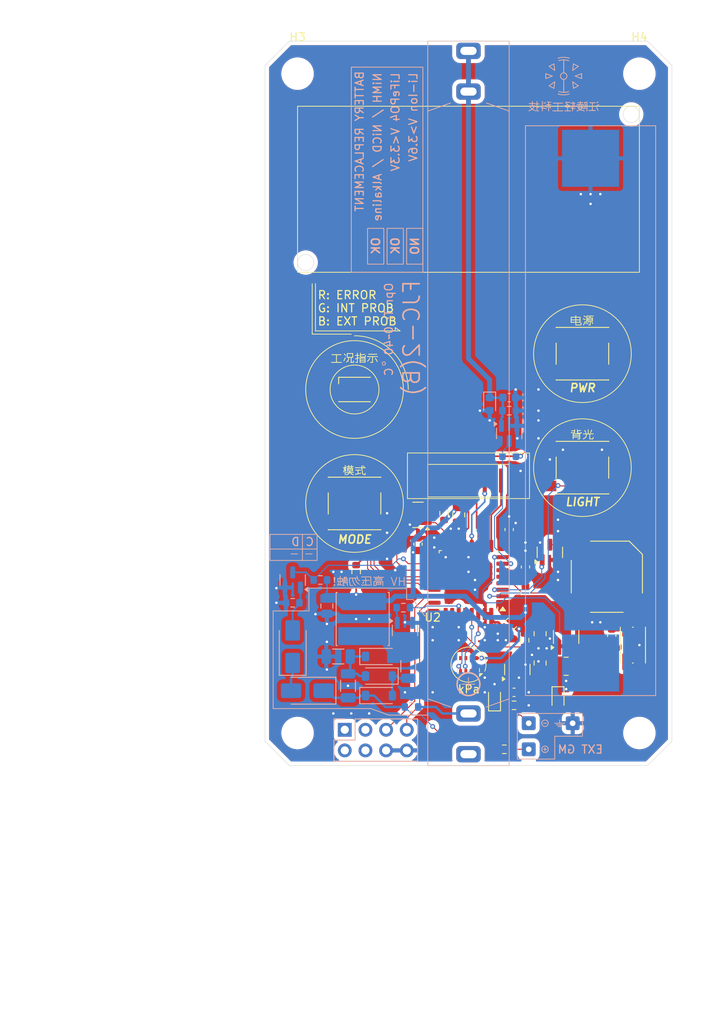
<source format=kicad_pcb>
(kicad_pcb (version 20240108) (generator "pcbnew") (generator_version "8.0")
  (layers (0 "F.Cu" signal) (31 "B.Cu" signal) (34 "B.Paste" user) (35 "F.Paste" user) (36 "B.SilkS" user "B.Silkscreen") (37 "F.SilkS" user "F.Silkscreen") (38 "B.Mask" user) (39 "F.Mask" user) (44 "Edge.Cuts" user))
  (net 0 "")
  (net 1 "GND")
  (net 2 "VCC")
  (net 3 "Net-(SW3-B)")
  (net 4 "Net-(SW2-A)")
  (net 5 "/SPI_SCK")
  (net 6 "/SPI_MOSI")
  (net 7 "/LCD_CS")
  (net 8 "/LCD_RST")
  (net 9 "/LCD_CD")
  (net 10 "Net-(J1-Pin_8)")
  (net 11 "Net-(J1-Pin_9)")
  (net 12 "/LCD_BL")
  (net 13 "/SWCLK")
  (net 14 "/SWDIO")
  (net 15 "Net-(U1-VO)")
  (net 16 "/PWM16_CH")
  (net 17 "/PULSE_IN")
  (net 18 "/ADC_BAT_V")
  (net 19 "Net-(SW4-B)")
  (net 20 "Net-(U2-VDDA)")
  (net 24 "Net-(D1-A)")
  (net 25 "/RGBLED2")
  (net 26 "/RGBLED1")
  (net 27 "/RGBLED0")
  (net 28 "/TH_VCC")
  (net 29 "Net-(SW5-B)")
  (net 30 "Net-(D2-A)")
  (net 31 "Net-(D3-K)")
  (net 32 "Net-(D2-K)")
  (net 33 "Net-(D4-K)")
  (net 34 "Net-(D5-A)")
  (net 35 "Net-(Q3-B)")
  (net 36 "Net-(R2-Pad1)")
  (net 39 "Net-(BZ1-+)")
  (net 40 "/BUZZER_EN")
  (net 41 "/Ext_PULSE_IN")
  (net 42 "/EXT_GM-")
  (net 43 "/EXT_GM+")
  (net 48 "/SENSOR_SDA")
  (net 49 "/SENSOR_SCL")
  (net 50 "Net-(D8-A1)")
  (net 51 "Net-(D6-A)")
  (net 52 "/HV_OVP")
  (footprint "MountingHole:MountingHole_3.5mm" (layer "F.Cu") (at 234 48)
    (property "Reference" "H4")
    (property "Value" "MountingHole")
  )
  (footprint "Capacitor_SMD:C_0805_2012Metric" (layer "F.Cu") (at 221.8 116.8 -90)
    (property "Reference" "C10" (hide yes))
    (property "Value" "10uF")
  )
  (footprint "Package_TO_SOT_SMD:SOT-23-3" (layer "F.Cu") (at 225 117.2 90)
    (property "Reference" "U1" (hide yes))
    (property "Value" "XC6206PxxxMR")
  )
  (footprint "Package_TO_SOT_SMD:SOT-23" (layer "F.Cu") (at 223 106.8 90)
    (property "Reference" "Q5" (hide yes))
    (property "Value" "AO3400A")
  )
  (footprint "MountingHole:MountingHole_3.5mm" (layer "F.Cu") (at 192 129)
    (property "Reference" "H1" (hide yes))
    (property "Value" "MountingHole")
  )
  (footprint "Capacitor_SMD:C_0603_1608Metric" (layer "F.Cu") (at 220 108.6 -90)
    (property "Reference" "C3" (hide yes))
    (property "Value" "0.1uF")
  )
  (footprint "Resistor_SMD:R_0603_1608Metric" (layer "F.Cu") (at 199.2 109.2 90)
    (property "Reference" "R3" (hide yes))
    (property "Value" "100")
  )
  (footprint "Package_LGA:Bosch_LGA-8_2x2.5mm_P0.65mm_ClockwisePinNumbering" (layer "F.Cu") (at 213 120.6 180)
    (property "Reference" "U3" (hide yes))
    (property "Value" "BMP280/GZP6816D")
  )
  (footprint "Inductor_SMD:L_1008_2520Metric" (layer "F.Cu") (at 225 120.8)
    (property "Reference" "L1" (hide yes))
    (property "Value" "10uH")
  )
  (footprint "MountingHole:MountingHole_3.5mm" (layer "F.Cu") (at 234 129)
    (property "Reference" "H5" (hide yes))
    (property "Value" "MountingHole")
  )
  (footprint "Diode_SMD:D_0603_1608Metric" (layer "F.Cu") (at 216.2 124.8 90)
    (property "Reference" "D9" (hide yes))
    (property "Value" "ESD0603")
  )
  (footprint "Button_Switch_SMD:SW_SPST_PTS645" (layer "F.Cu") (at 227 96.4)
    (property "Reference" "SW4" (hide yes))
    (property "Value" "SW_SPST")
  )
  (footprint "RPRP_neo:FPC_LCD_9pin" (layer "F.Cu") (at 213 98)
    (property "Reference" "J1" (hide yes))
    (property "Value" "Conn_01x09")
  )
  (footprint "MountingHole:MountingHole_3.5mm" (layer "F.Cu") (at 192 48)
    (property "Reference" "H3")
    (property "Value" "MountingHole")
  )
  (footprint "Capacitor_SMD:C_0805_2012Metric" (layer "F.Cu") (at 218.2 115.6 -135)
    (property "Reference" "C2" (hide yes))
    (property "Value" "10uF")
  )
  (footprint "Package_QFP:LQFP-32_7x7mm_P0.8mm" (layer "F.Cu") (at 213 110.2 180)
    (property "Reference" "U2")
    (property "Value" "STM32F030K6Tx")
  )
  (footprint "Resistor_SMD:R_0603_1608Metric" (layer "F.Cu") (at 220 111.8 -90)
    (property "Reference" "R5" (hide yes))
    (property "Value" "0")
  )
  (footprint "Resistor_SMD:R_0603_1608Metric" (layer "F.Cu") (at 219.9 117.6 -90)
    (property "Reference" "R9" (hide yes))
    (property "Value" "100k")
  )
  (footprint "Connector_Wire:SolderWire-0.15sqmm_1x01_D0.5mm_OD1.5mm" (layer "F.Cu") (at 220.4 127.8)
    (property "Reference" "J3" (hide yes))
    (property "Value" "Conn_01x01")
  )
  (footprint "Capacitor_SMD:C_0805_2012Metric" (layer "F.Cu") (at 221.8 120.4 90)
    (property "Reference" "C4" (hide yes))
    (property "Value" "10uF")
  )
  (footprint "Capacitor_SMD:C_0603_1608Metric" (layer "F.Cu") (at 218 104 -90)
    (property "Reference" "C14" (hide yes))
    (property "Value" "0.1uF")
  )
  (footprint "Capacitor_SMD:C_0805_2012Metric" (layer "F.Cu") (at 211.8 102.2 -90)
    (property "Reference" "C13" (hide yes))
    (property "Value" "10uF")
  )
  (footprint "LED_SMD:LED_Cree-PLCC4_3.2x2.8mm_CCW" (layer "F.Cu") (at 199 86.8)
    (property "Reference" "D1" (hide yes))
    (property "Value" "CLV1L-FKB")
  )
  (footprint "Connector_Wire:SolderWire-0.15sqmm_1x01_D0.5mm_OD1.5mm" (layer "F.Cu") (at 225.8 127.8)
    (property "Reference" "J4" (hide yes))
    (property "Value" "Conn_01x01")
  )
  (footprint "Resistor_SMD:R_0603_1608Metric" (layer "F.Cu") (at 218.6 125.6)
    (property "Reference" "R8" (hide yes))
    (property "Value" "100k")
  )
  (footprint "Connector_Wire:SolderWire-0.15sqmm_1x01_D0.5mm_OD1.5mm" (layer "F.Cu") (at 220.4 131)
    (property "Reference" "J2" (hide yes))
    (property "Value" "Conn_01x01")
  )
  (footprint "Capacitor_SMD:C_0603_1608Metric" (layer "F.Cu") (at 230.6 117 -90)
    (property "Reference" "C6" (hide yes))
    (property "Value" "0.1uF")
  )
  (footprint "Capacitor_SMD:C_0603_1608Metric" (layer "F.Cu") (at 206.8 105.8 -90)
    (property "Reference" "C1" (hide yes))
    (property "Value" "0.1uF")
  )
  (footprint "Diode_SMD:D_0603_1608Metric" (layer "F.Cu") (at 224 124.8 -90)
    (property "Reference" "D7" (hide yes))
    (property "Value" "ESD0603")
  )
  (footprint "Button_Switch_SMD:SW_SPST_PTS645" (layer "F.Cu") (at 227 82.4)
    (property "Reference" "SW3" (hide yes))
    (property "Value" "WAKE")
  )
  (footprint "Buzzer_Beeper:MagneticBuzzer_Kobitone_254-EMB84Q-RO" (layer "F.Cu") (at 230 109.8)
    (property "Reference" "BZ1" (hide yes))
    (property "Value" "Buzzer")
  )
  (footprint "Button_Switch_SMD:SW_SPST_PTS645" (layer "F.Cu") (at 199 100.8 180)
    (property "Reference" "SW5" (hide yes))
    (property "Value" "BACKLIGHT")
  )
  (footprint "Resistor_SMD:R_0603_1608Metric" (layer "F.Cu") (at 217.4 131 180)
    (property "Reference" "R10" (hide yes))
    (property "Value" "10Meg")
  )
  (footprint "Resistor_SMD:R_0603_1608Metric" (layer "F.Cu") (at 210 102 90)
    (property "Reference" "R7" (hide yes))
    (property "Value" "100")
  )
  (footprint "RPRP_neo:BTN_OVAL_4.2x3.2x2.5" (layer "F.Cu") (at 233.2 118.2 90)
    (property "Reference" "SW2" (hide yes))
    (property "Value" "SW_SPST")
  )
  (footprint "Package_TO_SOT_SMD:SOT-23" (layer "F.Cu") (at 206.8 102.2 180)
    (property "Reference" "Q1" (hide yes))
    (property "Value" "AO3400A")
  )
  (footprint "Package_TO_SOT_SMD:SOT-23" (layer "F.Cu") (at 219 121.2 90)
    (property "Reference" "Q4" (hide yes))
    (property "Value" "MMBTA42")
  )
  (footprint "Capacitor_SMD:C_0603_1608Metric" (layer "F.Cu") (at 218.6 124 180)
    (property "Reference" "C11" (hide yes))
    (property "Value" "100pF")
  )
  (footprint "Diode_SMD:D_SMA" (layer "B.Cu") (at 191.4 118.4 90)
    (property "Reference" "D6" (hide yes))
    (property "Value" "1SMA4772A-MS (220V)")
  )
  (footprint "Capacitor_SMD:C_1206_3216Metric" (layer "B.Cu") (at 197 119.6)
    (property "Reference" "C7" (hide yes))
    (property "Value" "0.1uF")
  )
  (footprint "Diode_SMD:D_SOD-123" (layer "B.Cu") (at 202 119.6)
    (property "Reference" "D2" (hide yes))
    (property "Value" "1N4148W")
  )
  (footprint "Package_TO_SOT_SMD:SOT-23" (layer "B.Cu") (at 205.2 116.4 -90)
    (property "Reference" "Q3" (hide yes))
    (property "Value" "MMBTA42")
  )
  (footprint "Diode_SMD:D_SMA" (layer "B.Cu") (at 193.2 123.8 180)
    (property "Reference" "D5" (hide yes))
    (property "Value" "1SMA4772A-MS (220V)")
  )
  (footprint "Resistor_SMD:R_0603_1608Metric" (layer "B.Cu") (at 194.8 110.2 180)
    (property "Reference" "R12" (hide yes))
    (property "Value" "100k")
  )
  (footprint "Capacitor_SMD:C_0603_1608Metric" (layer "B.Cu") (at 218 87.8 180)
    (property "Reference" "C9" (hide yes))
    (property "Value" "100pF")
  )
  (footprint "Package_TO_SOT_SMD:SOT-23" (layer "B.Cu") (at 191.4 110.2 90)
    (property "Reference" "Q6" (hide yes))
    (property "Value" "MMBTA42")
  )
  (footprint "Capacitor_SMD:C_0805_2012Metric" (layer "B.Cu") (at 195.6 113.4 -90)
    (property "Reference" "C12" (hide yes))
    (property "Value" "10uF")
  )
  (footprint "RPRP_neo:AA_BatHeld_SMD" (layer "B.Cu") (at 228 88.4 90)
    (property "Reference" "BT2" (hide yes))
    (property "Value" "Battery_Cell")
  )
  (footprint "Resistor_SMD:R_0603_1608Metric" (layer "B.Cu") (at 218 89.4)
    (property "Reference" "R4" (hide yes))
    (property "Value" "100k")
  )
  (footprint "Diode_SMD:D_SOD-123" (layer "B.Cu") (at 202 124.4)
    (property "Reference" "D4" (hide yes))
    (property "Value" "1N4148W")
  )
  (footprint "RPRP_neo:J321-M4011_GM_Clip" (layer "B.Cu") (at 213 123)
    (property "Reference" "V1" (hide yes))
    (property "Value" "J321/M4011")
  )
  (footprint "Capacitor_SMD:C_1206_3216Metric" (layer "B.Cu") (at 198.2 123.2 -90)
    (property "Reference" "C8" (hide yes))
    (property "Value" "0.1uF")
  )
  (footprint "Resistor_SMD:R_0603_1608Metric" (layer "B.Cu") (at 191.4 113 180)
    (property "Reference" "R11" (hide yes))
    (property "Value" "10Meg")
  )
  (footprint "Capacitor_SMD:C_1206_3216Metric" (layer "B.Cu") (at 205.6 120.8 90)
    (property "Reference" "C5" (hide yes))
    (property "Value" "0.1uF")
  )
  (footprint "Resistor_SMD:R_0603_1608Metric" (layer "B.Cu") (at 205 113.6 180)
    (property "Reference" "R1" (hide yes))
    (property "Value" "22")
  )
  (footprint "Resistor_SMD:R_0603_1608Metric" (layer "B.Cu") (at 206 125.8 180)
    (property "Reference" "R2" (hide yes))
    (property "Value" "10Meg")
  )
  (footprint "Diode_SMD:D_0603_1608Metric" (layer "B.Cu") (at 215.6 88.6 -90)
    (property "Reference" "D8" (hide yes))
    (property "Value" "ESD0603")
  )
  (footprint "Resistor_SMD:R_0603_1608Metric" (layer "B.Cu") (at 218 95 180)
    (property "Reference" "R6" (hide yes))
    (property "Value" "100k")
  )
  (footprint "Diode_SMD:D_SOD-123" (layer "B.Cu") (at 202 122 180)
    (property "Reference" "D3" (hide yes))
    (property "Value" "1N4148W")
  )
  (footprint "Connector_PinHeader_2.54mm:PinHeader_2x04_P2.54mm_Vertical" (layer "B.Cu") (at 197.8 128.6 -90)
    (property "Reference" "J6" (hide yes))
    (property "Value" "Conn_02x04_Odd_Even")
  )
  (footprint "Inductor_SMD:L_Changjiang_FNR6045S" (layer "B.Cu") (at 200 115 -90)
    (property "Reference" "L3" (hide yes))
    (property "Value" "FNR6045S103KT")
  )
  (footprint "Package_TO_SOT_SMD:SOT-23" (layer "B.Cu") (at 218 92.2 -90)
    (property "Reference" "Q2" (hide yes))
    (property "Value" "MMBTA42")
  )
  (gr_line (start 224.7 48.7) (end 224.7 50.292422) (stroke (width 0.1)) (layer "B.SilkS"))
  (gr_line (start 193.4 114) (end 193.4 111.2) (stroke (width 0.1)) (layer "B.SilkS"))
  (gr_line (start 193.4 111.2) (end 205.4 111.2) (stroke (width 0.1)) (layer "B.SilkS"))
  (gr_line (start 189 121.2) (end 189 114) (stroke (width 0.1)) (layer "B.SilkS"))
  (gr_line (start 203.2 126.8) (end 208 126.8) (stroke (width 0.1)) (layer "B.SilkS"))
  (gr_line (start 194.4 106.4) (end 188.6 106.4) (stroke (width 0.1)) (layer "B.SilkS"))
  (gr_circle (center 202.6 83.6) (end 202.4 83.6) (stroke (width 0.1)) (fill none) (layer "B.SilkS"))
  (gr_arc (start 224 46.1) (mid 224.7 45.991321) (end 225.4 46.1) (stroke (width 0.1)) (layer "B.SilkS"))
  (gr_line (start 225.9 49.8) (end 226.5 49.5) (stroke (width 0.1)) (layer "B.SilkS"))
  (gr_rect (start 205.4 67) (end 207.4 71.4) (stroke (width 0.1)) (fill none) (layer "B.SilkS"))
  (gr_line (start 222.2 127.8) (end 222.6 127.8) (stroke (width 0.1)) (layer "B.SilkS"))
  (gr_rect (start 200.6 67) (end 202.6 71.4) (stroke (width 0.1)) (fill none) (layer "B.SilkS"))
  (gr_line (start 222.9 47.1) (end 223.6 47.6) (stroke (width 0.1)) (layer "B.SilkS"))
  (gr_line (start 223.6 129.4) (end 227 129.4) (stroke (width 0.1)) (layer "B.SilkS"))
  (gr_line (start 192 107) (end 191.2 107) (stroke (width 0.1)) (layer "B.SilkS"))
  (gr_line (start 189 121.2) (end 189 126) (stroke (width 0.1)) (layer "B.SilkS"))
  (gr_line (start 223.3 48.3) (end 222.5 48) (stroke (width 0.1)) (layer "B.SilkS"))
  (gr_line (start 226.1 48.3) (end 226.9 48.6) (stroke (width 0.1)) (layer "B.SilkS"))
  (gr_arc (start 225.315812 50.199999) (mid 224.7 50.292422) (end 224.085733 50.190237) (stroke (width 0.1)) (layer "B.SilkS"))
  (gr_line (start 222.2 131) (end 222.6 131) (stroke (width 0.1)) (layer "B.SilkS"))
  (gr_line (start 224 128.2) (end 224.4 128.2) (stroke (width 0.1)) (layer "B.SilkS"))
  (gr_line (start 193 107) (end 193.8 107) (stroke (width 0.1)) (layer "B.SilkS"))
  (gr_line (start 189 126) (end 201 126) (stroke (width 0.1)) (layer "B.SilkS"))
  (gr_rect (start 198.6 47.2) (end 207.4 72.4) (stroke (width 0.1)) (fill none) (layer "B.SilkS"))
  (gr_line (start 222.4 130.8) (end 222.4 131.2) (stroke (width 0.1)) (layer "B.SilkS"))
  (gr_line (start 189 114) (end 193.4 114) (stroke (width 0.1)) (layer "B.SilkS"))
  (gr_line (start 227 129.4) (end 227 126.6) (stroke (width 0.1)) (layer "B.SilkS"))
  (gr_line (start 223.8 128) (end 224.6 128) (stroke (width 0.1)) (layer "B.SilkS"))
  (gr_line (start 227 126.6) (end 219 126.6) (stroke (width 0.1)) (layer "B.SilkS"))
  (gr_line (start 226.9 48) (end 226.1 48.3) (stroke (width 0.1)) (layer "B.SilkS"))
  (gr_arc (start 224.084188 46.400001) (mid 224.7 46.307578) (end 225.314267 46.409763) (stroke (width 0.1)) (layer "B.SilkS"))
  (gr_line (start 222.9 49.5) (end 223.6 49) (stroke (width 0.1)) (layer "B.SilkS"))
  (gr_line (start 206.2 112.6) (end 205.4 112.6) (stroke (width 0.1)) (layer "B.SilkS"))
  (gr_line (start 223.5 49.8) (end 222.9 49.5) (stroke (width 0.1)) (layer "B.SilkS"))
  (gr_line (start 225.8 47.6) (end 225.9 46.8) (stroke (width 0.1)) (layer "B.SilkS"))
  (gr_line (start 205.4 111.2) (end 205.4 112.6) (stroke (width 0.1)) (layer "B.SilkS"))
  (gr_line (start 223.6 47.6) (end 223.5 46.8) (stroke (width 0.1)) (layer "B.SilkS"))
  (gr_line (start 224.7 47.9) (end 224.7 46.307578) (stroke (width 0.1)) (layer "B.SilkS"))
  (gr_line (start 222.5 48) (end 222.5 48.6) (stroke (width 0.1)) (layer "B.SilkS"))
  (gr_line (start 201 126) (end 203.2 126.8) (stroke (width 0.1)) (layer "B.SilkS"))
  (gr_circle (center 222.4 131) (end 222.8 131) (stroke (width 0.1)) (fill none) (layer "B.SilkS"))
  (gr_line (start 223.6 49) (end 223.5 49.8) (stroke (width 0.1)) (layer "B.SilkS"))
  (gr_line (start 219 126.6) (end 219 132.2) (stroke (width 0.1)) (layer "B.SilkS"))
  (gr_line (start 223.6 127.8) (end 224.8 127.8) (stroke (width 0.1)) (layer "B.SilkS"))
  (gr_arc (start 225.4 50.491321) (mid 224.7 50.6) (end 224 50.491321) (stroke (width 0.1)) (layer "B.SilkS"))
  (gr_rect (start 188.6 104.6) (end 194.4 107.8) (stroke (width 0.1)) (fill none) (layer "B.SilkS"))
  (gr_circle (center 222.4 127.8) (end 222.8 127.8) (stroke (width 0.1)) (fill none) (layer "B.SilkS"))
  (gr_rect (start 203 67) (end 205 71.4) (stroke (width 0.1)) (fill none) (layer "B.SilkS"))
  (gr_line (start 223.5 46.8) (end 222.9 47.1) (stroke (width 0.1)) (layer "B.SilkS"))
  (gr_line (start 223.6 132.2) (end 223.6 129.4) (stroke (width 0.1)) (layer "B.SilkS"))
  (gr_line (start 226.9 48.6) (end 226.9 48) (stroke (width 0.1)) (layer "B.SilkS"))
  (gr_line (start 192.6 104.6) (end 192.6 107.8) (stroke (width 0.1)) (layer "B.SilkS"))
  (gr_circle (center 224.7 48.3) (end 224.3 48.3) (stroke (width 0.1)) (fill none) (layer "B.SilkS"))
  (gr_line (start 226.5 49.5) (end 225.8 49) (stroke (width 0.1)) (layer "B.SilkS"))
  (gr_line (start 226.5 47.1) (end 225.8 47.6) (stroke (width 0.1)) (layer "B.SilkS"))
  (gr_line (start 225.9 46.8) (end 226.5 47.1) (stroke (width 0.1)) (layer "B.SilkS"))
  (gr_line (start 206.2 112.6) (end 207.6 114.6) (stroke (width 0.1)) (layer "B.SilkS"))
  (gr_line (start 224.2 127.4) (end 224.2 127.8) (stroke (width 0.1)) (layer "B.SilkS"))
  (gr_line (start 219 132.2) (end 223.6 132.2) (stroke (width 0.1)) (layer "B.SilkS"))
  (gr_line (start 225.8 49) (end 225.9 49.8) (stroke (width 0.1)) (layer "B.SilkS"))
  (gr_line (start 222.5 48.6) (end 223.3 48.3) (stroke (width 0.1)) (layer "B.SilkS"))
  (gr_line (start 207.6 114.6) (end 208 114.6) (stroke (width 0.1)) (layer "B.SilkS"))
  (gr_line (start 194.2 79.6) (end 204.6 79.6) (stroke (width 0.1)) (layer "F.SilkS"))
  (gr_circle (center 227 96.4) (end 221 96.4) (stroke (width 0.1)) (fill none) (layer "F.SilkS"))
  (gr_circle (center 199 86.8) (end 196 86.8) (stroke (width 0.1)) (fill none) (layer "F.SilkS"))
  (gr_circle (center 227 82.4) (end 221 82.4) (stroke (width 0.1)) (fill none) (layer "F.SilkS"))
  (gr_line (start 193.8 73.8) (end 193.8 80) (stroke (width 0.1)) (layer "F.SilkS"))
  (gr_circle (center 199 86.8) (end 205 86.8) (stroke (width 0.1)) (fill none) (layer "F.SilkS"))
  (gr_arc (start 199 80.2) (mid 203.666905 82.133095) (end 205.6 86.8) (stroke (width 0.1)) (layer "F.SilkS"))
  (gr_rect (start 192 52) (end 234 72.4) (stroke (width 0.1)) (fill none) (layer "F.SilkS"))
  (gr_line (start 204.6 79.6) (end 204 79.2) (stroke (width 0.1)) (layer "F.SilkS"))
  (gr_circle (center 199 100.8) (end 193 100.8) (stroke (width 0.1)) (fill none) (layer "F.SilkS"))
  (gr_arc (start 214.292439 122.323252) (mid 211.290282 119.28971) (end 214.999999 121.4) (stroke (width 0.1)) (layer "F.SilkS"))
  (gr_line (start 204 79.2) (end 204 79.6) (stroke (width 0.1)) (layer "F.SilkS"))
  (gr_rect (start 205.5 94.6) (end 220.5 100.2) (stroke (width 0.1)) (fill none) (layer "F.SilkS"))
  (gr_line (start 193.8 80) (end 198.6 80) (stroke (width 0.1)) (layer "F.SilkS"))
  (gr_line (start 194.2 73.8) (end 194.2 79.6) (stroke (width 0.1)) (layer "F.SilkS"))
  (gr_circle (center 233 53) (end 232 53) (stroke (width 0.05)) (fill none) (layer "Edge.Cuts"))
  (gr_line (start 188 47) (end 188 130) (stroke (width 0.05)) (layer "Edge.Cuts"))
  (gr_line (start 238 130) (end 235 133) (stroke (width 0.05)) (layer "Edge.Cuts"))
  (gr_line (start 191 133) (end 235 133) (stroke (width 0.05)) (layer "Edge.Cuts"))
  (gr_line (start 188 130) (end 191 133) (stroke (width 0.05)) (layer "Edge.Cuts"))
  (gr_line (start 191 44) (end 235 44) (stroke (width 0.05)) (layer "Edge.Cuts"))
  (gr_circle (center 193 71.2) (end 192 71.2) (stroke (width 0.05)) (fill none) (layer "Edge.Cuts"))
  (gr_line (start 235 44) (end 238 47) (stroke (width 0.05)) (layer "Edge.Cuts"))
  (gr_line (start 191 44) (end 188 47) (stroke (width 0.05)) (layer "Edge.Cuts"))
  (gr_line (start 238 47) (end 238 130) (stroke (width 0.05)) (layer "Edge.Cuts"))
  (gr_text "EXT GM" (at 229.6 131.6 0) (layer "B.SilkS") (effects (font (size 1 1)) (justify left bottom mirror)))
  (gr_text "BATTERY REPLACEMENT" (at 200.2 47.6 90) (layer "B.SilkS") (effects (font (size 1 1)) (justify left bottom mirror)))
  (gr_text "Opr T: 0~40  C" (at 203.8 73.6 90) (layer "B.SilkS") (effects (font (size 1 1)) (justify left bottom mirror)))
  (gr_text "LiFePO4 V<3.3V" (at 204.6 47.8 90) (layer "B.SilkS") (effects (font (size 1 1)) (justify left bottom mirror)))
  (gr_text "NiMH / NiCD / Alkaline" (at 202.4 47.8 90) (layer "B.SilkS") (effects (font (size 1 1)) (justify left bottom mirror)))
  (gr_text "Li-Ion V>3.6V" (at 206.8 47.8 90) (layer "B.SilkS") (effects (font (size 1 1)) (justify left bottom mirror)))
  (gr_text "OK" (at 202.2 68 90) (layer "B.SilkS") (effects (font (size 1 1) (thickness 0.2) (bold yes)) (justify left bottom mirror)))
  (gr_text "FJC-2(B)" (at 207.2 73.2 90) (layer "B.SilkS") (effects (font (size 2 2) (thickness 0.2)) (justify left bottom mirror)))
  (gr_text "江陵轻工科技" (at 224.7 52.7 0) (layer "B.SilkS") (effects (font (size 1 1) (thickness 0.1)) (justify bottom mirror)))
  (gr_text "HV 高压勿触!" (at 205.4 111 0) (layer "B.SilkS") (effects (font (size 1 1) (thickness 0.1)) (justify left bottom mirror)))
  (gr_text "NO" (at 207 68 90) (layer "B.SilkS") (effects (font (size 1 1) (thickness 0.2) (bold yes)) (justify left bottom mirror)))
  (gr_text "C D\n" (at 194.1 106.1 0) (layer "B.SilkS") (effects (font (size 1 1)) (justify left bottom mirror)))
  (gr_text "OK" (at 204.6 68 90) (layer "B.SilkS") (effects (font (size 1 1) (thickness 0.2) (bold yes)) (justify left bottom mirror)))
  (gr_text "电源" (at 227 79 0) (layer "F.SilkS") (effects (font (size 1 1) (thickness 0.1)) (justify bottom)))
  (gr_text "R: ERROR\nG: INT PROB\nB: EXT PROB" (at 194.4 79 0) (layer "F.SilkS") (effects (font (size 1 1)) (justify left bottom)))
  (gr_text "模式" (at 199 97.4 0) (layer "F.SilkS") (effects (font (size 1 1) (thickness 0.1)) (justify bottom)))
  (gr_text "kPa" (at 211.6 124.2 0) (layer "F.SilkS") (effects (font (size 1 1)) (justify left bottom)))
  (gr_text "LIGHT" (at 227 101.2 0) (layer "F.SilkS") (effects (font (size 1 1) (thickness 0.2) (bold yes) (italic yes)) (justify bottom)))
  (gr_text "MODE" (at 199 105.8 0) (layer "F.SilkS") (effects (font (size 1 1) (thickness 0.2) (bold yes) (italic yes)) (justify bottom)))
  (gr_text "背光" (at 227 93 0) (layer "F.SilkS") (effects (font (size 1 1) (thickness 0.1)) (justify bottom)))
  (gr_text "PWR" (at 227 87.2 0) (layer "F.SilkS") (effects (font (size 1 1) (thickness 0.2) (italic yes)) (justify bottom)))
  (gr_text "工况指示" (at 196 83.6 -0) (layer "F.SilkS") (effects (font (size 1 1) (thickness 0.1)) (justify left bottom)))
  (segment (start 215.8 114.375) (end 215.8 115) (width 0.3) (layer "F.Cu") (net 1))
  (segment (start 219.375 123.225) (end 219.375 124) (width 0.6) (layer "F.Cu") (net 1))
  (segment (start 216.2 115.4) (end 216.656498 115.4) (width 0.3) (layer "F.Cu") (net 1))
  (segment (start 213.975 121.4) (end 213.975 120.975) (width 0.12) (layer "F.Cu") (net 1))
  (segment (start 219.95 122.65) (end 219.375 123.225) (width 0.6) (layer "F.Cu") (net 1))
  (segment (start 211 98) (end 211 95.4) (width 0.3) (layer "F.Cu") (net 1))
  (segment (start 213.975 120.975) (end 213.325 120.325) (width 0.12) (layer "F.Cu") (net 1))
  (segment (start 216.656498 115.4) (end 217.528249 116.271751) (width 0.3) (layer "F.Cu") (net 1))
  (segment (start 213.325 120.325) (end 213.325 119.8) (width 0.12) (layer "F.Cu") (net 1))
  (segment (start 215.8 115) (end 216.2 115.4) (width 0.3) (layer "F.Cu") (net 1))
  (segment (start 219.95 122.1375) (end 219.95 122.65) (width 0.6) (layer "F.Cu") (net 1))
  (via (at 226.8 62.8) (size 0.6) (drill 0.3) (layers "F.Cu" "B.Cu") (net 1))
  (via (at 215 116) (size 0.6) (drill 0.3) (layers "F.Cu" "B.Cu") (net 1))
  (via (at 220.8 119.4) (size 0.6) (drill 0.3) (layers "F.Cu" "B.Cu") (net 1))
  (via (at 228 64) (size 0.6) (drill 0.3) (layers "F.Cu" "B.Cu") (net 1))
  (via (at 213 109.2) (size 0.6) (drill 0.3) (layers "F.Cu" "B.Cu") (net 1))
  (via (at 218.8 86.8) (size 0.6) (drill 0.3) (layers "F.Cu" "B.Cu") (net 1))
  (via (at 224.6 94.2) (size 0.6) (drill 0.3) (layers "F.Cu" "B.Cu") (net 1))
  (via (at 215 124) (size 0.6) (drill 0.3) (layers "F.Cu" "B.Cu") (net 1))
  (via (at 208.6 117.6) (size 0.6) (drill 0.3) (layers "F.Cu" "B.Cu") (net 1))
  (via (at 234 118.2) (size 0.6) (drill 0.3) (layers "F.Cu" "B.Cu") (net 1))
  (via (at 196.4 109.2) (size 0.6) (drill 0.3) (layers "F.Cu" "B.Cu") (net 1))
  (via (at 222.6 118.6) (size 0.6) (drill 0.3) (layers "F.Cu" "B.Cu") (net 1))
  (via (at 198.2 123.2) (size 0.6) (drill 0.3) (layers "F.Cu" "B.Cu") (net 1))
  (via (at 214.4 89.4) (size 0.6) (drill 0.3) (layers "F.Cu" "B.Cu") (net 1))
  (via (at 198.6 126.6) (size 0.6) (drill 0.3) (layers "F.Cu" "B.Cu") (net 1))
  (via (at 218 102.4) (size 0.6) (drill 0.3) (layers "F.Cu" "B.Cu") (net 1))
  (via (at 213.8 110.2) (size 0.6) (drill 0.3) (layers "F.Cu" "B.Cu") (net 1))
  (via (at 210.82 103.9) (size 0.6) (drill 0.3) (layers "F.Cu" "B.Cu") (net 1))
  (via (at 228.2 115.4) (size 0.6) (drill 0.3) (layers "F.Cu" "B.Cu") (net 1))
  (via (at 218.8 103.2) (size 0.6) (drill 0.3) (layers "F.Cu" "B.Cu") (net 1))
  (via (at 221.8 105.6) (size 0.6) (drill 0.3) (layers "F.Cu" "B.Cu") (net 1))
  (via (at 204 109) (size 0.6) (drill 0.3) (layers "F.Cu" "B.Cu") (net 1))
  (via (at 211.8 103.9) (size 0.6) (drill 0.3) (layers "F.Cu" "B.Cu") (net 1))
  (via (at 229.4 94.2) (size 0.6) (drill 0.3) (layers "F.Cu" "B.Cu") (net 1))
  (via (at 223 95.4) (size 0.6) (drill 0.3) (layers "F.Cu" "B.Cu") (net 1))
  (via (at 196.4 126.6) (size 0.6) (drill 0.3) (layers "F.Cu" "B.Cu") (net 1))
  (via (at 221.6 89.4) (size 0.6) (drill 0.3) (layers "F.Cu" "B.Cu") (net 1))
  (via (at 216.6 117.6) (size 0.6) (drill 0.3) (layers "F.Cu" "B.Cu") (net 1))
  (via (at 208.8 106.2) (size 0.6) (drill 0.3) (layers "F.Cu" "B.Cu") (net 1))
  (via (at 208.6 124) (size 0.6) (drill 0.3) (layers "F.Cu" "B.Cu") (net 1))
  (via (at 215 122.2) (size 0.6) (drill 0.3) (layers "F.Cu" "B.Cu") (net 1))
  (via (at 221.6 92.8) (size 0.6) (drill 0.3) (layers "F.Cu" "B.Cu") (net 1))
  (via (at 228 62.8) (size 0.6) (drill 0.3) (layers "F.Cu" "B.Cu") (net 1))
  (via (at 199.2 115) (size 0.6) (drill 0.3) (layers "F.Cu" "B.Cu") (net 1))
  (via (at 221.6 120.2) (size 0.6) (drill 0.3) (layers "F.Cu" "B.Cu") (net 1))
  (via (at 205.2 115.4) (size 0.6) (drill 0.3) (layers "F.Cu" "B.Cu") (net 1))
  (via (at 219.4 96.8) (size 0.6) (drill 0.3) (layers "F.Cu" "B.Cu") (net 1))
  (via (at 221.6 118.6) (size 0.6) (drill 0.3) (layers "F.Cu" "B.Cu") (net 1))
  (via (at 221.6 90.6) (size 0.6) (drill 0.3) (layers "F.Cu" "B.Cu") (net 1))
  (via (at 205.2 124) (size 0.6) (drill 0.3) (layers "F.Cu" "B.Cu") (net 1))
  (via (at 219.2 122.2) (size 0.6) (drill 0.3) (layers "F.Cu" "B.Cu") (net 1))
  (via (at 205.8 103.4) (size 0.6) (drill 0.3) (layers "F.Cu" "B.Cu") (net 1))
  (via (at 200.8 115) (size 0.6) (drill 0.3) (layers "F.Cu" "B.Cu") (net 1))
  (via (at 220.4 125.6) (size 0.6) (drill 0.3) (layers "F.Cu" "B.Cu") (net 1))
  (via (at 195.6 115.6) (size 0.6) (drill 0.3) (layers "F.Cu" "B.Cu") (net 1))
  (via (at 195.6 117.8) (size 0.6) (drill 0.3) (layers "F.Cu" "B.Cu") (net 1))
  (via (at 224 104.2) (size 0.6) (drill 0.3) (layers "F.Cu" "B.Cu") (net 1))
  (via (at 211.8 117.6) (size 0.6) (drill 0.3) (layers "F.Cu" "B.Cu") (net 1))
  (via (at 224 110.2) (size 0.6) (drill 0.3) (layers "F.Cu" "B.Cu") (net 1))
  (via (at 220.4 124) (size 0.6) (drill 0.3) (layers "F.Cu" "B.Cu") (net 1))
  (via (at 215.6 90.6) (size 0.6) (drill 0.3) (layers "F.Cu" "B.Cu") (net 1))
  (via (at 221.6 86.8) (size 0.6) (drill 0.3) (layers "F.Cu" "B.Cu") (net 1))
  (via (at 194.2 114.4) (size 0.6) (drill 0.3) (layers "F.Cu" "B.Cu") (net 1))
  (via (at 210.2 107.4) (size 0.6) (drill 0.3) (layers "F.Cu" "B.Cu") (net 1))
  (via (at 189.4 113) (size 0.6) (drill 0.3) (layers "F.Cu" "B.Cu") (net 1))
  (via (at 189.4 111.2) (size 0.6) (drill 0.3) (layers "F.Cu" "B.Cu") (net 1))
  (via (at 215 117.6) (size 0.6) (drill 0.3) (layers "F.Cu" "B.Cu") (net 1))
  (via (at 229.2 115.4) (size 0.6) (drill 0.3) (layers "F.Cu" "B.Cu") (net 1))
  (via (at 208.6 116) (size 0.6) (drill 0.3) (layers "F.Cu" "B.Cu") (net 1))
  (via (at 213.8 111.4) (size 0.6) (drill 0.3) (layers "F.Cu" "B.Cu") (net 1))
  (via (at 195.6 121.2) (size 0.6) (drill 0.3) (layers "F.Cu" "B.Cu") (net 1))
  (via (at 220 105.6) (size 0.6) (drill 0.3) (layers "F.Cu" "B.Cu") (net 1))
  (via (at 223 117.4) (size 0.6) (drill 0.3) (layers "F.Cu" "B.Cu") (net 1))
  (via (at 216.2 123) (size 0.6) (drill 0.3) (layers "F.Cu" "B.Cu") (net 1))
  (via (at 203 107.6) (size 0.6) (drill 0.3) (layers "F.Cu" "B.Cu") (net 1))
  (via (at 224 102.8) (size 0.6) (drill 0.3) (layers "F.Cu" "B.Cu") (net 1))
  (via (at 208.8 105) (size 0.6) (drill 0.3) (layers "F.Cu" "B.Cu") (net 1))
  (via (at 219 92.8) (size 0.6) (drill 0.3) (layers "F.Cu" "B.Cu") (net 1))
  (via (at 229.2 62.8) (size 0.6) (drill 0.3) (layers "F.Cu" "B.Cu") (net 1))
  (via (at 217.6 117.6) (size 0.6) (drill 0.3) (layers "F.Cu" "B.Cu") (net 1))
  (via (at 220 120.6) (size 0.6) (drill 0.3) (layers "F.Cu" "B.Cu") (net 1))
  (via (at 211.8 116) (size 0.6) (drill 0.3) (layers "F.Cu" "B.Cu") (net 1))
  (via (at 197.4 109.2) (size 0.6) (drill 0.3) (layers "F.Cu" "B.Cu") (net 1))
  (via (at 203 104.4) (size 0.6) (drill 0.3) (layers "F.Cu" "B.Cu") (net 1))
  (via (at 203 102) (size 0.6) (drill 0.3) (layers "F.Cu" "B.Cu") (net 1))
  (via (at 224 109.2) (size 0.6) (drill 0.3) (layers "F.Cu" "B.Cu") (net 1))
  (via (at 200.8 126.6) (size 0.6) (drill 0.3) (layers "F.Cu" "B.Cu") (net 1))
  (via (at 216.6 116.8) (size 0.6) (drill 0.3) (layers "F.Cu" "B.Cu") (net 1))
  (via (at 220 106.6) (size 0.6) (drill 0.3) (layers "F.Cu" "B.Cu") (net 1))
  (via (at 213 107.4) (size 0.6) (drill 0.3) (layers "F.Cu" "B.Cu") (net 1))
  (segment (start 210 102.825) (end 210.225 102.825) (width 0.3) (layer "F.Cu") (net 2))
  (segment (start 210.6 102.45) (end 210.6 102.4) (width 0.3) (layer "F.Cu") (net 2))
  (segment (start 210.6 102.4) (end 210.65 102.4) (width 0.3) (layer "F.Cu") (net 2))
  (segment (start 220.2 82.8) (end 222.85 80.15) (width 0.12) (layer "F.Cu") (net 2))
  (segment (start 199.2 110.025) (end 199.2 112) (width 0.2) (layer "F.Cu") (net 2))
  (segment (start 211.2 101.8) (end 211.25 101.8) (width 0.3) (layer "F.Cu") (net 2))
  (segment (start 207.225 107) (end 206.8 106.575) (width 0.3) (layer "F.Cu") (net 2))
  (segment (start 208.4 107.4) (end 208 107) (width 0.3) (layer "F.Cu") (net 2))
  (segment (start 210.65 102.4) (end 211.2 101.85) (width 0.3) (layer "F.Cu") (net 2))
  (segment (start 211.2 101.85) (end 211.2 101.8) (width 0.3) (layer "F.Cu") (net 2))
  (segment (start 220.2 94.2) (end 220.2 82.8) (width 0.12) (layer "F.Cu") (net 2))
  (segment (start 211.25 101.8) (end 211.8 101.25) (width 0.3) (layer "F.Cu") (net 2))
  (segment (start 212 96) (end 212 98) (width 0.2) (layer "F.Cu") (net 2))
  (segment (start 220 114.2) (end 219.271751 114.928249) (width 0.6) (layer "F.Cu") (net 2))
  (segment (start 213 95) (end 212 96) (width 0.2) (layer "F.Cu") (net 2))
  (segment (start 218.2 113.4) (end 218.2 114.256498) (width 0.3) (layer "F.Cu") (net 2))
  (segment (start 218.2 114.256498) (end 218.871751 114.928249) (width 0.3) (layer "F.Cu") (net 2))
  (segment (start 222.85 80.15) (end 223.02 80.15) (width 0.12) (layer "F.Cu") (net 2))
  (segment (start 208 107) (end 207.225 107) (width 0.3) (layer "F.Cu") (net 2))
  (segment (start 211.8 100.4) (end 211.8 101.25) (width 0.6) (layer "F.Cu") (net 2))
  (segment (start 212 98) (end 212 100.2) (width 0.6) (layer "F.Cu") (net 2))
  (segment (start 219.271751 114.928249) (end 218.871751 114.928249) (width 0.6) (layer "F.Cu") (net 2))
  (segment (start 220 112.625) (end 220 113.4) (width 0.6) (layer "F.Cu") (net 2))
  (segment (start 212 100.2) (end 211.8 100.4) (width 0.6) (layer "F.Cu") (net 2))
  (segment (start 219.4 95) (end 213 95) (width 0.2) (layer "F.Cu") (net 2))
  (segment (start 213.975 119.8) (end 214.6 119.8) (width 0.3) (layer "F.Cu") (net 2))
  (segment (start 217.8 113) (end 218.2 113.4) (width 0.3) (layer "F.Cu") (net 2))
  (segment (start 210.225 102.825) (end 210.6 102.45) (width 0.3) (layer "F.Cu") (net 2))
  (segment (start 223.02 80.15) (end 230.98 80.15) (width 0.2) (layer "F.Cu") (net 2))
  (segment (start 217.175 113) (end 217.8 113) (width 0.3) (layer "F.Cu") (net 2))
  (segment (start 208.825 107.4) (end 208.4 107.4) (width 0.3) (layer "F.Cu") (net 2))
  (segment (start 219.4 95) (end 220.2 94.2) (width 0.12) (layer "F.Cu") (net 2))
  (via (at 199.2 112) (size 0.6) (drill 0.3) (layers "F.Cu" "B.Cu") (net 2))
  (via (at 220 113.4) (size 0.6) (drill 0.3) (layers "F.Cu" "B.Cu") (net 2))
  (via (at 210.6 102.4) (size 0.6) (drill 0.3) (layers "F.Cu" "B.Cu") (net 2))
  (via (at 219.4 95) (size 0.6) (drill 0.3) (layers "F.Cu" "B.Cu") (net 2))
  (via (at 220 114.2) (size 0.6) (drill 0.3) (layers "F.Cu" "B.Cu") (net 2))
  (via (at 206.2 106.8) (size 0.6) (drill 0.3) (layers "F.Cu" "B.Cu") (net 2))
  (via (at 219.2 116.2) (size 0.6) (drill 0.3) (layers "F.Cu" "B.Cu") (net 2))
  (via (at 211.2 101.8) (size 0.6) (drill 0.3) (layers "F.Cu" "B.Cu") (net 2))
  (via (at 214.6 119.8) (size 0.6) (drill 0.3) (layers "F.Cu" "B.Cu") (net 2))
  (segment (start 206.2 105.4) (end 206.2 106.8) (width 0.6) (layer "B.Cu") (net 2))
  (segment (start 219.4 114.8) (end 220 114.2) (width 0.6) (layer "B.Cu") (net 2))
  (segment (start 207.8 103.8) (end 206.2 105.4) (width 0.6) (layer "B.Cu") (net 2))
  (segment (start 209.2 103.8) (end 207.8 103.8) (width 0.6) (layer "B.Cu") (net 2))
  (segment (start 219.2 116.2) (end 219.2 117.2) (width 0.3) (layer "B.Cu") (net 2))
  (segment (start 195.625 111.575) (end 195.6 111.6) (width 0.2) (layer "B.Cu") (net 2))
  (segment (start 218.825 95) (end 219.4 95) (width 0.12) (layer "B.Cu") (net 2))
  (segment (start 219.2 117.6) (end 217 119.8) (width 0.3) (layer "B.Cu") (net 2))
  (segment (start 200 112.75) (end 201.65 112.75) (width 0.6) (layer "B.Cu") (net 2))
  (segment (start 211.2 101.8) (end 209.2 103.8) (width 0.6) (layer "B.Cu") (net 2))
  (segment (start 203.45 112.75) (end 204 112.2) (width 0.6) (layer "B.Cu") (net 2))
  (segment (start 219.4 95) (end 219.6 95) (width 0.12) (layer "B.Cu") (net 2))
  (segment (start 200 112.75) (end 203.45 112.75) (width 0.6) (layer "B.Cu") (net 2))
  (segment (start 215.2 114.8) (end 219.4 114.8) (width 0.6) (layer "B.Cu") (net 2))
  (segment (start 195.625 110.2) (end 195.625 111.575) (width 0.2) (layer "B.Cu") (net 2))
  (segment (start 212.6 112.2) (end 215.2 114.8) (width 0.6) (layer "B.Cu") (net 2))
  (segment (start 195.6 111.6) (end 195.6 112.45) (width 0.2) (layer "B.Cu") (net 2))
  (segment (start 206.2 106.8) (end 206.2 112.2) (width 0.6) (layer "B.Cu") (net 2))
  (segment (start 217 119.8) (end 214.6 119.8) (width 0.3) (layer "B.Cu") (net 2))
  (segment (start 219.2 117.2) (end 219.2 117.6) (width 0.3) (layer "B.Cu") (net 2))
  (segment (start 220 113.4) (end 220 114.2) (width 0.6) (layer "B.Cu") (net 2))
  (segment (start 204 112.2) (end 206.2 112.2) (width 0.6) (layer "B.Cu") (net 2))
  (segment (start 206.2 112.2) (end 212.6 112.2) (width 0.6) (layer "B.Cu") (net 2))
  (segment (start 218.6 109) (end 219.2 108.4) (width 0.12) (layer "F.Cu") (net 3))
  (segment (start 223.02 84.65) (end 230.98 84.65) (width 0.12) (layer "F.Cu") (net 3))
  (segment (start 220.8 102.8) (end 220.8 85.4) (width 0.12) (layer "F.Cu") (net 3))
  (segment (start 221.55 84.65) (end 223.02 84.65) (width 0.12) (layer "F.Cu") (net 3))
  (segment (start 220.8 85.4) (end 221.55 84.65) (width 0.12) (layer "F.Cu") (net 3))
  (segment (start 219.2 104.4) (end 220.8 102.8) (width 0.12) (layer "F.Cu") (net 3))
  (segment (start 219.2 108.4) (end 219.2 104.4) (width 0.12) (layer "F.Cu") (net 3))
  (segment (start 217.175 109) (end 218.6 109) (width 0.12) (layer "F.Cu") (net 3))
  (segment (start 217.175 110.6) (end 218.4 110.6) (width 0.12) (layer "F.Cu") (net 4))
  (segment (start 228.6 111.8) (end 230.6 113.8) (width 0.12) (layer "F.Cu") (net 4))
  (segment (start 231.375 116.225) (end 230.6 116.225) (width 0.6) (layer "F.Cu") (net 4))
  (segment (start 218.4 110.6) (end 219.6 111.8) (width 0.12) (layer "F.Cu") (net 4))
  (segment (start 232.4 116.15) (end 232.4 120.25) (width 0.2) (layer "F.Cu") (net 4))
  (segment (start 230.6 113.8) (end 230.6 116.225) (width 0.12) (layer "F.Cu") (net 4))
  (segment (start 219.6 111.8) (end 228.6 111.8) (width 0.12) (layer "F.Cu") (net 4))
  (segment (start 232.4 116.15) (end 231.45 116.15) (width 0.6) (layer "F.Cu") (net 4))
  (segment (start 231.45 116.15) (end 231.375 116.225) (width 0.6) (layer "F.Cu") (net 4))
  (segment (start 214 103.8) (end 214 98) (width 0.2) (layer "F.Cu") (net 5))
  (segment (start 214.2 104) (end 214 103.8) (width 0.2) (layer "F.Cu") (net 5))
  (segment (start 214.2 106.225) (end 214.2 104) (width 0.2) (layer "F.Cu") (net 5))
  (segment (start 212.6 104.2) (end 212.6 106.225) (width 0.2) (layer "F.Cu") (net 6))
  (segment (start 213 103.8) (end 212.6 104.2) (width 0.2) (layer "F.Cu") (net 6))
  (segment (start 213 98) (end 213 103.8) (width 0.2) (layer "F.Cu") (net 6))
  (segment (start 215.8 106.225) (end 215.8 102.2) (width 0.2) (layer "F.Cu") (net 7))
  (segment (start 217 101) (end 215.8 102.2) (width 0.2) (layer "F.Cu") (net 7))
  (segment (start 217 98) (end 217 101) (width 0.2) (layer "F.Cu") (net 7))
  (segment (start 216 98) (end 216 100.8) (width 0.2) (layer "F.Cu") (net 8))
  (segment (start 216 100.8) (end 215 101.8) (width 0.2) (layer "F.Cu") (net 8))
  (segment (start 215 106.225) (end 215 101.8) (width 0.2) (layer "F.Cu") (net 8))
  (segment (start 213.4 106.225) (end 213.4 104.8) (width 0.2) (layer "F.Cu") (net 9))
  (segment (start 215 98) (end 215 99.6) (width 0.2) (layer "F.Cu") (net 9))
  (via (at 215 99.6) (size 0.6) (drill 0.3) (layers "F.Cu" "B.Cu") (net 9))
  (via (at 213.4 104.8) (size 0.6) (drill 0.3) (layers "F.Cu" "B.Cu") (net 9))
  (segment (start 215 100.6) (end 215 99.6) (width 0.2) (layer "B.Cu") (net 9))
  (segment (start 213.4 102.2) (end 215 100.6) (width 0.2) (layer "B.Cu") (net 9))
  (segment (start 213.4 102.2) (end 213.4 104.8) (width 0.2) (layer "B.Cu") (net 9))
  (segment (start 210 101.175) (end 210 98) (width 0.2) (layer "F.Cu") (net 10))
  (segment (start 208.4 102.2) (end 205.8625 102.2) (width 0.3) (layer "F.Cu") (net 11))
  (segment (start 209 101.6) (end 208.4 102.2) (width 0.3) (layer "F.Cu") (net 11))
  (segment (start 209 98) (end 209 101.6) (width 0.3) (layer "F.Cu") (net 11))
  (segment (start 211 105.2) (end 208.95 103.15) (width 0.12) (layer "F.Cu") (net 12))
  (segment (start 208.95 103.15) (end 207.7375 103.15) (width 0.12) (layer "F.Cu") (net 12))
  (segment (start 211 106.225) (end 211 105.2) (width 0.12) (layer "F.Cu") (net 12))
  (segment (start 208.825 113) (end 208 113) (width 0.12) (layer "F.Cu") (net 13))
  (segment (start 207 114) (end 207 125.6) (width 0.12) (layer "F.Cu") (net 13))
  (segment (start 207 125.6) (end 205.42 127.18) (width 0.12) (layer "F.Cu") (net 13))
  (segment (start 208 113) (end 207 114) (width 0.12) (layer "F.Cu") (net 13))
  (segment (start 205.42 127.18) (end 205.42 128.6) (width 0.12) (layer "F.Cu") (net 13))
  (segment (start 206.4 113.6) (end 207.8 112.2) (width 0.12) (layer "F.Cu") (net 14))
  (segment (start 206.4 125.08) (end 206.4 113.6) (width 0.12) (layer "F.Cu") (net 14))
  (segment (start 202.88 128.6) (end 206.4 125.08) (width 0.12) (layer "F.Cu") (net 14))
  (segment (start 207.8 112.2) (end 208.825 112.2) (width 0.12) (layer "F.Cu") (net 14))
  (segment (start 226.075 119.275) (end 226.075 120.8) (width 0.6) (layer "F.Cu") (net 15))
  (segment (start 225.95 119.15) (end 226.075 119.275) (width 0.6) (layer "F.Cu") (net 15))
  (segment (start 225.95 118.3375) (end 225.95 119.15) (width 0.6) (layer "F.Cu") (net 15))
  (segment (start 211.8 113.4) (end 211.8 113.3) (width 0.12) (layer "F.Cu") (net 16))
  (segment (start 211.8 114.375) (end 211.8 113.4) (width 0.12) (layer "F.Cu") (net 16))
  (via (at 211.8 113.4) (size 0.6) (drill 0.3) (layers "F.Cu" "B.Cu") (net 16))
  (segment (start 207.6 113.6) (end 205.825 113.6) (width 0.12) (layer "B.Cu") (net 16))
  (segment (start 211.8 113.4) (end 207.8 113.4) (width 0.12) (layer "B.Cu") (net 16))
  (segment (start 207.8 113.4) (end 207.6 113.6) (width 0.12) (layer "B.Cu") (net 16))
  (segment (start 217.175 108.2) (end 218.2 108.2) (width 0.3) (layer "F.Cu") (net 17))
  (via (at 218.2 108.2) (size 0.6) (drill 0.3) (layers "F.Cu" "B.Cu") (net 17))
  (segment (start 218 93.6) (end 217.175 94.425) (width 0.12) (layer "B.Cu") (net 17))
  (segment (start 216.2 102.4) (end 217.175 101.425) (width 0.12) (layer "B.Cu") (net 17))
  (segment (start 217.175 94.425) (end 217.175 95) (width 0.12) (layer "B.Cu") (net 17))
  (segment (start 218.2 108.2) (end 216.2 106.2) (width 0.12) (layer "B.Cu") (net 17))
  (segment (start 217.175 101.425) (end 217.175 95) (width 0.12) (layer "B.Cu") (net 17))
  (segment (start 218 93.1375) (end 218 93.6) (width 0.12) (layer "B.Cu") (net 17))
  (segment (start 216.2 106.2) (end 216.2 102.4) (width 0.12) (layer "B.Cu") (net 17))
  (segment (start 217.8 107.4) (end 218 107.2) (width 0.2) (layer "F.Cu") (net 18))
  (segment (start 217.175 107.4) (end 217.8 107.4) (width 0.2) (layer "F.Cu") (net 18))
  (segment (start 217.175 107.4) (end 216.2 107.4) (width 0.2) (layer "F.Cu") (net 18))
  (segment (start 218 107.2) (end 218 104.775) (width 0.2) (layer "F.Cu") (net 18))
  (via (at 225 123.6) (size 0.6) (drill 0.3) (layers "F.Cu" "B.Cu") (net 18))
  (via (at 225 122.6) (size 0.6) (drill 0.3) (layers "F.Cu" "B.Cu") (net 18))
  (via (at 216.2 107.4) (size 0.6) (drill 0.3) (layers "F.Cu" "B.Cu") (net 18))
  (segment (start 217 113) (end 217.6 112.4) (width 0.12) (layer "B.Cu") (net 18))
  (segment (start 216.2 107.4) (end 216.2 110) (width 0.12) (layer "B.Cu") (net 18))
  (segment (start 216.2 110) (end 214.8 111.4) (width 0.12) (layer "B.Cu") (net 18))
  (segment (start 224.2 116.6) (end 228 120.4) (width 0.12) (layer "B.Cu") (net 18))
  (segment (start 214.8 112.6) (end 215.2 113) (width 0.12) (layer "B.Cu") (net 18))
  (segment (start 222.4 112.4) (end 224.2 114.2) (width 0.12) (layer "B.Cu") (net 18))
  (segment (start 214.8 111.4) (end 214.8 112.6) (width 0.12) (layer "B.Cu") (net 18))
  (segment (start 217.6 112.4) (end 222.4 112.4) (width 0.12) (layer "B.Cu") (net 18))
  (segment (start 215.2 113) (end 217 113) (width 0.12) (layer "B.Cu") (net 18))
  (segment (start 224.2 114.2) (end 224.2 116.6) (width 0.12) (layer "B.Cu") (net 18))
  (segment (start 217.175 112.2) (end 215.6 112.2) (width 0.12) (layer "F.Cu") (net 19))
  (segment (start 224.05 98.65) (end 230.98 98.65) (width 0.12) (layer "F.Cu") (net 19))
  (segment (start 223.07 98.6) (end 223.02 98.65) (width 0.12) (layer "F.Cu") (net 19))
  (segment (start 224 98.6) (end 223.07 98.6) (width 0.12) (layer "F.Cu") (net 19))
  (via (at 224 98.6) (size 0.6) (drill 0.3) (layers "F.Cu" "B.Cu") (net 19))
  (via (at 215.6 112.2) (size 0.6) (drill 0.3) (layers "F.Cu" "B.Cu") (net 19))
  (segment (start 222.8 109) (end 222.8 99.8) (width 0.12) (layer "B.Cu") (net 19))
  (segment (start 222.4 109.4) (end 222.8 109) (width 0.12) (layer "B.Cu") (net 19))
  (segment (start 216.6 112.2) (end 217 111.8) (width 0.12) (layer "B.Cu") (net 19))
  (segment (start 215.6 112.2) (end 216.6 112.2) (width 0.12) (layer "B.Cu") (net 19))
  (segment (start 222.4 110) (end 222.4 109.4) (width 0.12) (layer "B.Cu") (net 19))
  (segment (start 220.6 111.8) (end 222.4 110) (width 0.12) (layer "B.Cu") (net 19))
  (segment (start 217 111.8) (end 220.6 111.8) (width 0.12) (layer "B.Cu") (net 19))
  (segment (start 222.8 99.8) (end 224 98.6) (width 0.12) (layer "B.Cu") (net 19))
  (segment (start 220 109.375) (end 219.225 109.375) (width 0.3) (layer "F.Cu") (net 20))
  (segment (start 220 109.375) (end 220 110.975) (width 0.3) (layer "F.Cu") (net 20))
  (segment (start 219.225 109.375) (end 218.8 109.8) (width 0.3) (layer "F.Cu") (net 20))
  (segment (start 218.8 109.8) (end 217.175 109.8) (width 0.3) (layer "F.Cu") (net 20))
  (segment (start 197.2 88.8) (end 196.8 88.4) (width 0.2) (layer "F.Cu") (net 24))
  (segment (start 198.8 89.8) (end 197.8 88.8) (width 0.2) (layer "F.Cu") (net 24))
  (segment (start 200 93.6) (end 198.8 92.4) (width 0.2) (layer "F.Cu") (net 24))
  (segment (start 199.225 108.375) (end 200 107.6) (width 0.2) (layer "F.Cu") (net 24))
  (segment (start 196.8 88.4) (end 196.8 87.05) (width 0.2) (layer "F.Cu") (net 24))
  (segment (start 197.8 88.8) (end 197.2 88.8) (width 0.2) (layer "F.Cu") (net 24))
  (segment (start 198.8 92.4) (end 198.8 89.8) (width 0.2) (layer "F.Cu") (net 24))
  (segment (start 196.8 87.05) (end 197.75 86.1) (width 0.2) (layer "F.Cu") (net 24))
  (segment (start 200 107.6) (end 200 93.6) (width 0.2) (layer "F.Cu") (net 24))
  (segment (start 199.2 108.375) (end 199.225 108.375) (width 0.2) (layer "F.Cu") (net 24))
  (segment (start 200.25 91.65) (end 200.25 87.5) (width 0.12) (layer "F.Cu") (net 25))
  (segment (start 201.4 108.4) (end 201.4 92.8) (width 0.12) (layer "F.Cu") (net 25))
  (segment (start 208.825 109.8) (end 202.8 109.8) (width 0.12) (layer "F.Cu") (net 25))
  (segment (start 202.8 109.8) (end 201.4 108.4) (width 0.12) (layer "F.Cu") (net 25))
  (segment (start 201.4 92.8) (end 200.25 91.65) (width 0.12) (layer "F.Cu") (net 25))
  (segment (start 207.8 110.6) (end 207.4 110.2) (width 0.12) (layer "F.Cu") (net 26))
  (segment (start 200.1 86.1) (end 200.25 86.1) (width 0.12) (layer "F.Cu") (net 26))
  (segment (start 201 93) (end 199.8 91.8) (width 0.12) (layer "F.Cu") (net 26))
  (segment (start 207.4 110.2) (end 202.6 110.2) (width 0.12) (layer "F.Cu") (net 26))
  (segment (start 202.6 110.2) (end 201 108.6) (width 0.12) (layer "F.Cu") (net 26))
  (segment (start 199.8 91.8) (end 199.8 88.8) (width 0.12) (layer "F.Cu") (net 26))
  (segment (start 199.4 86.8) (end 200.1 86.1) (width 0.12) (layer "F.Cu") (net 26))
  (segment (start 199.4 88.4) (end 199.4 86.8) (width 0.12) (layer "F.Cu") (net 26))
  (segment (start 208.825 110.6) (end 207.8 110.6) (width 0.12) (layer "F.Cu") (net 26))
  (segment (start 199.8 88.8) (end 199.4 88.4) (width 0.12) (layer "F.Cu") (net 26))
  (segment (start 201 108.6) (end 201 93) (width 0.12) (layer "F.Cu") (net 26))
  (segment (start 207.6 111.4) (end 206.8 110.6) (width 0.12) (layer "F.Cu") (net 27))
  (segment (start 202.4 110.6) (end 200.6 108.8) (width 0.12) (layer "F.Cu") (net 27))
  (segment (start 198.8 88.4) (end 197.9 87.5) (width 0.12) (layer "F.Cu") (net 27))
  (segment (start 198.8 88.8) (end 198.8 88.4) (width 0.12) (layer "F.Cu") (net 27))
  (segment (start 206.8 110.6) (end 202.4 110.6) (width 0.12) (layer "F.Cu") (net 27))
  (segment (start 200.6 93.2) (end 199.4 92) (width 0.12) (layer "F.Cu") (net 27))
  (segment (start 199.4 89.4) (end 198.8 88.8) (width 0.12) (layer "F.Cu") (net 27))
  (segment (start 208.825 111.4) (end 207.6 111.4) (width 0.12) (layer "F.Cu") (net 27))
  (segment (start 197.9 87.5) (end 197.75 87.5) (width 0.12) (layer "F.Cu") (net 27))
  (segment (start 200.6 108.8) (end 200.6 93.2) (width 0.12) (layer "F.Cu") (net 27))
  (segment (start 199.4 92) (end 199.4 89.4) (width 0.12) (layer "F.Cu") (net 27))
  (segment (start 203.15 98.55) (end 202.98 98.55) (width 0.12) (layer "F.Cu") (net 29))
  (segment (start 204.2 108) (end 204.2 99.6) (width 0.12) (layer "F.Cu") (net 29))
  (segment (start 204.2 99.6) (end 203.15 98.55) (width 0.12) (layer "F.Cu") (net 29))
  (segment (start 205.2 109) (end 204.2 108) (width 0.12) (layer "F.Cu") (net 29))
  (segment (start 208.825 109) (end 205.2 109) (width 0.12) (layer "F.Cu") (net 29))
  (segment (start 204.675 119.325) (end 204.4 119.6) (width 0.3) (layer "B.Cu") (net 30))
  (segment (start 204.4 119.6) (end 203.65 119.6) (width 0.3) (layer "B.Cu") (net 30))
  (segment (start 205.2 118.2) (end 205.2 117.3375) (width 0.3) (layer "B.Cu") (net 30))
  (segment (start 205.6 119.325) (end 204.675 119.325) (width 0.3) (layer "B.Cu") (net 30))
  (segment (start 205.6 118.6) (end 205.2 118.2) (width 0.3) (layer "B.Cu") (net 30))
  (segment (start 205.6 119.325) (end 205.6 118.6) (width 0.3) (layer "B.Cu") (net 30))
  (segment (start 204.475 122.275) (end 205.6 122.275) (width 0.3) (layer "B.Cu") (net 31))
  (segment (start 203.65 122) (end 204.2 122) (width 0.3) (layer "B.Cu") (net 31))
  (segment (start 203.65 124.4) (end 203.65 122) (width 0.3) (layer "B.Cu") (net 31))
  (segment (start 204.2 122) (end 204.475 122.275) (width 0.3) (layer "B.Cu") (net 31))
  (segment (start 200.35 119.6) (end 198.475 119.6) (width 0.3) (layer "B.Cu") (net 32))
  (segment (start 199.6 122) (end 200.35 122) (width 0.3) (layer "B.Cu") (net 32))
  (segment (start 198.2 121.725) (end 199.325 121.725) (width 0.3) (layer "B.Cu") (net 32))
  (segment (start 198.475 121.45) (end 198.2 121.725) (width 0.3) (layer "B.Cu") (net 32))
  (segment (start 199.325 121.725) (end 199.6 122) (width 0.3) (layer "B.Cu") (net 32))
  (segment (start 198.475 119.6) (end 198.475 121.45) (width 0.3) (layer "B.Cu") (net 32))
  (segment (start 216.575 130.975) (end 216.575 131) (width 0.12) (layer "F.Cu") (net 33))
  (segment (start 214.8 129.2) (end 216.575 130.975) (width 0.12) (layer "F.Cu") (net 33))
  (segment (start 209.6 129.2) (end 214.8 129.2) (width 0.12) (layer "F.Cu") (net 33))
  (segment (start 208.6 128.2) (end 209.6 129.2) (width 0.12) (layer "F.Cu") (net 33))
  (via (at 208.6 128.2) (size 0.6) (drill 0.3) (layers "F.Cu" "B.Cu") (net 33))
  (segment (start 195.2 123.8) (end 195.6 123.8) (width 0.3) (layer "B.Cu") (net 33))
  (segment (start 206.175 126.8) (end 205.175 125.8) (width 0.12) (layer "B.Cu") (net 33))
  (segment (start 196.475 124.675) (end 198.2 124.675) (width 0.3) (layer "B.Cu") (net 33))
  (segment (start 207.2 126.8) (end 206.175 126.8) (width 0.12) (layer "B.Cu") (net 33))
  (segment (start 208.6 128.2) (end 207.2 126.8) (width 0.12) (layer "B.Cu") (net 33))
  (segment (start 200.35 124.4) (end 201.4 124.4) (width 0.3) (layer "B.Cu") (net 33))
  (segment (start 195.6 123.8) (end 196.475 124.675) (width 0.3) (layer "B.Cu") (net 33))
  (segment (start 201.4 124.4) (end 202.8 125.8) (width 0.3) (layer "B.Cu") (net 33))
  (segment (start 200.35 124.4) (end 199.8 124.4) (width 0.3) (layer "B.Cu") (net 33))
  (segment (start 202.8 125.8) (end 205.175 125.8) (width 0.3) (layer "B.Cu") (net 33))
  (segment (start 199.8 124.4) (end 199.525 124.675) (width 0.3) (layer "B.Cu") (net 33))
  (segment (start 199.525 124.675) (end 198.2 124.675) (width 0.3) (layer "B.Cu") (net 33))
  (segment (start 191.2 122.2) (end 191.4 122) (width 0.3) (layer "B.Cu") (net 34))
  (segment (start 191.2 123.8) (end 191.2 122.2) (width 0.3) (layer "B.Cu") (net 34))
  (segment (start 191.4 122) (end 191.4 120.4) (width 0.3) (layer "B.Cu") (net 34))
  (segment (start 204.25 114.45) (end 204.175 114.375) (width 0.2) (layer "B.Cu") (net 35))
  (segment (start 204.25 115.4625) (end 204.25 114.45) (width 0.2) (layer "B.Cu") (net 35))
  (segment (start 204.175 114.375) (end 204.175 113.6) (width 0.2) (layer "B.Cu") (net 35))
  (segment (start 209.8 126.6) (end 209 125.8) (width 0.3) (layer "B.Cu") (net 36))
  (segment (start 213 126.6) (end 209.8 126.6) (width 0.3) (layer "B.Cu") (net 36))
  (segment (start 209 125.8) (end 206.825 125.8) (width 0.3) (layer "B.Cu") (net 36))
  (segment (start 224.9 106.1) (end 224.6625 105.8625) (width 0.12) (layer "F.Cu") (net 39))
  (segment (start 224.6625 105.8625) (end 223 105.8625) (width 0.12) (layer "F.Cu") (net 39))
  (segment (start 226.3 106.1) (end 224.9 106.1) (width 0.12) (layer "F.Cu") (net 39))
  (segment (start 222.05 108.65) (end 222.05 108.75) (width 0.12) (layer "F.Cu") (net 40))
  (segment (start 222.05 108.55) (end 222 108.6) (width 0.12) (layer "F.Cu") (net 40))
  (segment (start 222.05 107.7375) (end 222.05 108.55) (width 0.12) (layer "F.Cu") (net 40))
  (segment (start 217.175 111.4) (end 216.2 111.4) (width 0.12) (layer "F.Cu") (net 40))
  (segment (start 222 108.6) (end 222.05 108.65) (width 0.12) (layer "F.Cu") (net 40))
  (segment (start 222.05 108.75) (end 222 108.8) (width 0.12) (layer "F.Cu") (net 40))
  (via (at 216.2 111.4) (size 0.6) (drill 0.3) (layers "F.Cu" "B.Cu") (net 40))
  (via (at 222 108.6) (size 0.6) (drill 0.3) (layers "F.Cu" "B.Cu") (net 40))
  (segment (start 222 108.6) (end 222 109.8) (width 0.12) (layer "B.Cu") (net 40))
  (segment (start 222 109.8) (end 220.4 111.4) (width 0.12) (layer "B.Cu") (net 40))
  (segment (start 220.4 111.4) (end 216.2 111.4) (width 0.12) (layer "B.Cu") (net 40))
  (segment (start 219.875 118.425) (end 219.9 118.425) (width 0.3) (layer "F.Cu") (net 41))
  (segment (start 219.9 118.425) (end 214.025 118.425) (width 0.12) (layer "F.Cu") (net 41))
  (segment (start 212.6 117) (end 212.6 114.375) (width 0.12) (layer "F.Cu") (net 41))
  (segment (start 214.025 118.425) (end 212.6 117) (width 0.12) (layer "F.Cu") (net 41))
  (segment (start 219 119.3) (end 219.875 118.425) (width 0.3) (layer "F.Cu") (net 41))
  (segment (start 219 120.2625) (end 219 119.3) (width 0.3) (layer "F.Cu") (net 41))
  (segment (start 218.05 122.1375) (end 218.05 123.15) (width 0.3) (layer "F.Cu") (net 42))
  (segment (start 217.825 124) (end 217.825 125.55) (width 0.3) (layer "F.Cu") (net 42))
  (segment (start 218.4 126.8) (end 219.4 126.8) (width 0.12) (layer "F.Cu") (net 42))
  (segment (start 217.825 123.375) (end 217.825 124) (width 0.3) (layer "F.Cu") (net 42))
  (segment (start 218.05 123.15) (end 217.825 123.375) (width 0.3) (layer "F.Cu") (net 42))
  (segment (start 217.7625 125.5875) (end 217.775 125.6) (width 0.3) (layer "F.Cu") (net 42))
  (segment (start 219.4 126.8) (end 220.4 127.8) (width 0.12) (layer "F.Cu") (net 42))
  (segment (start 217.775 125.6) (end 217.775 126.175) (width 0.12) (layer "F.Cu") (net 42))
  (segment (start 216.2 125.5875) (end 217.7625 125.5875) (width 0.3) (layer "F.Cu") (net 42))
  (segment (start 217.825 125.55) (end 217.775 125.6) (width 0.3) (layer "F.Cu") (net 42))
  (segment (start 217.775 126.175) (end 218.4 126.8) (width 0.12) (layer "F.Cu") (net 42))
  (segment (start 220.4 131) (end 218.225 131) (width 0.12) (layer "F.Cu") (net 43))
  (segment (start 212.675 121.4) (end 212.675 120.925) (width 0.12) (layer "F.Cu") (net 48))
  (segment (start 212.675 120.925) (end 212.6 120.8) (width 0.12) (layer "F.Cu") (net 48))
  (segment (start 212.6 120.8) (end 212.8 120.8) (width 0.12) (layer "F.Cu") (net 48))
  (segment (start 214.2 114.375) (end 214.2 116.8) (width 0.12) (layer "F.Cu") (net 48))
  (via (at 212.6 120.8) (size 0.6) (drill 0.3) (layers "F.Cu" "B.Cu") (net 48))
  (via (at 214.2 116.8) (size 0.6) (drill 0.3) (layers "F.Cu" "B.Cu") (net 48))
  (segment (start 213.8 117.2) (end 213.8 118) (width 0.12) (layer "B.Cu") (net 48))
  (segment (start 213.8 118) (end 212.6 119.2) (width 0.12) (layer "B.Cu") (net 48))
  (segment (start 214.2 116.8) (end 213.8 117.2) (width 0.12) (layer "B.Cu") (net 48))
  (segment (start 212.6 119.2) (end 212.6 120.8) (width 0.12) (layer "B.Cu") (net 48))
  (segment (start 213.4 114.375) (end 213.4 116) (width 0.12) (layer "F.Cu") (net 49))
  (segment (start 212.025 121.025) (end 211.8 120.8) (width 0.12) (layer "F.Cu") (net 49))
  (segment (start 212.025 121.4) (end 212.025 121.025) (width 0.12) (layer "F.Cu") (net 49))
  (via (at 213.4 116) (size 0.6) (drill 0.3) (layers "F.Cu" "B.Cu") (net 49))
  (via (at 211.8 120.8) (size 0.6) (drill 0.3) (layers "F.Cu" "B.Cu") (net 49))
  (segment (start 212.2 119) (end 213.4 117.8) (width 0.12) (layer "B.Cu") (net 49))
  (segment (start 211.8 120.8) (end 212.2 120.4) (width 0.12) (layer "B.Cu") (net 49))
  (segment (start 213.4 117.8) (end 213.4 116) (width 0.12) (layer "B.Cu") (net 49))
  (segment (start 212.2 120.4) (end 212.2 119) (width 0.12) (layer "B.Cu") (net 49))
  (segment (start 215.6 85.6) (end 215.6 87.8125) (width 0.6) (layer "B.Cu") (net 50))
  (segment (start 217.05 91.2625) (end 217.05 90.3) (width 0.3) (layer "B.Cu") (net 50))
  (segment (start 215.6 87.8125) (end 217.2125 87.8125) (width 0.3) (layer "B.Cu") (net 50))
  (segment (start 217.225 89.35) (end 217.175 89.4) (width 0.3) (layer "B.Cu") (net 50))
  (segment (start 213 83) (end 215.6 85.6) (width 0.6) (layer "B.Cu") (net 50))
  (segment (start 213 50.2) (end 213 83) (width 0.6) (layer "B.Cu") (net 50))
  (segment (start 217.05 90.3) (end 217.175 90.175) (width 0.3) (layer "B.Cu") (net 50))
  (segment (start 217.225 87.8) (end 217.225 89.35) (width 0.3) (layer "B.Cu") (net 50))
  (segment (start 217.175 90.175) (end 217.175 89.4) (width 0.3) (layer "B.Cu") (net 50))
  (segment (start 213 45.2) (end 213 50.2) (width 0.6) (layer "B.Cu") (net 50))
  (segment (start 192.35 112.875) (end 192.225 113) (width 0.2) (layer "B.Cu") (net 51))
  (segment (start 192.225 113.175) (end 191.4 114) (width 0.2) (layer "B.Cu") (net 51))
  (segment (start 191.4 114) (end 191.4 116.4) (width 0.2) (layer "B.Cu") (net 51))
  (segment (start 192.35 111.1375) (end 192.35 112.875) (width 0.2) (layer "B.Cu") (net 51))
  (segment (start 192.225 113) (end 192.225 113.175) (width 0.2) (layer "B.Cu") (net 51))
  (segment (start 205.6 108.2) (end 205 107.6) (width 0.12) (layer "F.Cu") (net 52))
  (segment (start 208.825 108.2) (end 205.6 108.2) (width 0.12) (layer "F.Cu") (net 52))
  (via (at 205 107.6) (size 0.6) (drill 0.3) (layers "F.Cu" "B.Cu") (net 52))
  (segment (start 193.0375 109.2625) (end 193.975 110.2) (width 0.2) (layer "B.Cu") (net 52))
  (segment (start 204.4 107.6) (end 203.6 108.4) (width 0.12) (layer "B.Cu") (net 52))
  (segment (start 203.6 108.4) (end 195.775 108.4) (width 0.12) (layer "B.Cu") (net 52))
  (segment (start 195.775 108.4) (end 193.975 110.2) (width 0.12) (layer "B.Cu") (net 52))
  (segment (start 205 107.6) (end 204.4 107.6) (width 0.12) (layer "B.Cu") (net 52))
  (segment (start 191.4 109.2625) (end 193.0375 109.2625) (width 0.2) (layer "B.Cu") (net 52))
  (zone (net 1) (net_name "GND") (layer "F.Cu") (priority 1) (connect_pads yes (clearance 0.2)) (min_thickness 0.25) (fill yes (thermal_gap 0.5) (thermal_bridge_width 0.5))
    (polygon (pts (xy 224.4 117.6) (xy 223.6 116.8) (xy 220.82 116.8) (xy 220.82 118.5) (xy 221.2 118.6) (xy 221.2 120.4) (xy 222.535 120.4) (xy 223.05 119.4) (xy 224.4 119.4)))
  )
  (zone (net 2) (net_name "VCC") (layer "F.Cu") (priority 3) (connect_pads yes (clearance 0.2)) (min_thickness 0.25) (fill yes (thermal_gap 0.5) (thermal_bridge_width 0.5))
    (polygon (pts (xy 216.4 112.6) (xy 216.4 113.6) (xy 217.2 114.8) (xy 219 116.6) (xy 224 116.6) (xy 224.6 117) (xy 225.6 117) (xy 225.6 112.8) (xy 223.4 112.8) (xy 223.2 112.8) (xy 222.4 112) (xy 218.8 112) (xy 218.2 112.6)))
  )
  (zone (net 18) (net_name "/ADC_BAT_V") (layer "F.Cu") (priority 2) (connect_pads yes (clearance 0.2)) (min_thickness 0.25) (fill yes (thermal_gap 0.5) (thermal_bridge_width 0.5))
    (polygon (pts (xy 220.8 120.6) (xy 222.8 120.6) (xy 223.2 119.6) (xy 225.4 119.6) (xy 225.4 124) (xy 223.4 124) (xy 220.82 122.1)))
  )
  (zone (net 1) (net_name "GND") (layers "F&B.Cu") (connect_pads (clearance 0.5)) (min_thickness 0.25) (fill yes (thermal_gap 0.5) (thermal_bridge_width 0.5))
    (polygon (pts (xy 186 136) (xy 240 136) (xy 240 42) (xy 186 42)))
  )
  (zone (net 30) (net_name "Net-(D2-A)") (layer "B.Cu") (priority 3) (connect_pads yes (clearance 0)) (min_thickness 0.25) (fill yes (thermal_gap 0.5) (thermal_bridge_width 0.5))
    (polygon (pts (xy 197 118.2) (xy 202.4 118.2) (xy 203 119) (xy 203 120.4) (xy 205.4 120.4) (xy 207 119.8) (xy 207 116.6) (xy 204 116.6) (xy 203.4 116) (xy 197 116)))
  )
  (zone (net 2) (net_name "VCC") (layer "B.Cu") (priority 3) (connect_pads yes (clearance 0.2)) (min_thickness 0.25) (fill yes (thermal_gap 0.5) (thermal_bridge_width 0.5))
    (polygon (pts (xy 194.8 113) (xy 196.6 113) (xy 197 113.4) (xy 197.5 113.9) (xy 198.6 113.9) (xy 202.9 113.9) (xy 202.9 111.8) (xy 195.3 111.8) (xy 194.8 112)))
  )
)
</source>
